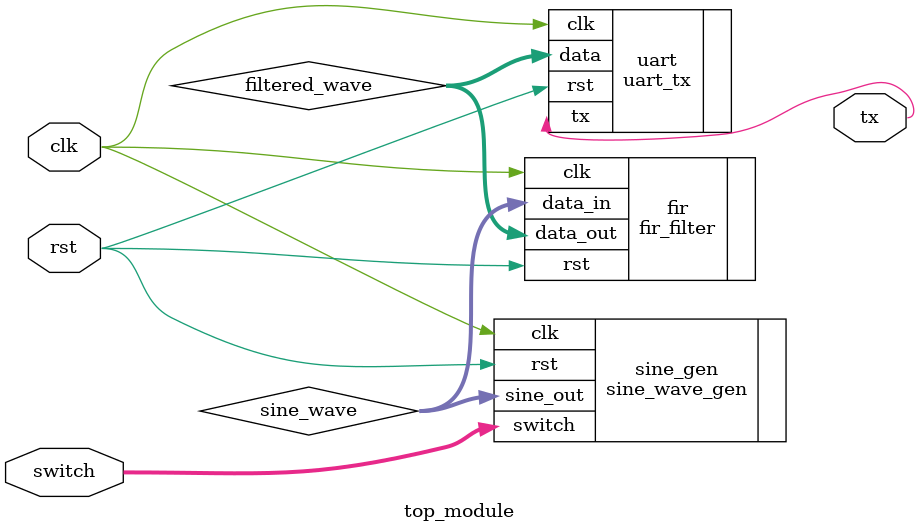
<source format=v>
`timescale 1ns / 1ps

module top_module (
    input wire clk,              
    input wire rst,               // Reset
    input wire [7:0] switch,      // Frequency control switches
    output wire tx                // UART TX line
);

    wire [15:0] sine_wave;
    wire [15:0] filtered_wave;

    // Generate Sine Wave
    sine_wave_gen sine_gen (
        .clk(clk),
        .rst(rst),
        .switch(switch),
        .sine_out(sine_wave)
    );

    // Apply FIR Filter
    fir_filter fir (
        .clk(clk),
        .rst(rst),
        .data_in(sine_wave),
        .data_out(filtered_wave)
    );

    // UART Transmission (Sending both raw and filtered data)
    uart_tx uart (
        .clk(clk),
        .rst(rst),
        .data(filtered_wave), // Sending only filtered wave for now
        .tx(tx)
    );

endmodule

</source>
